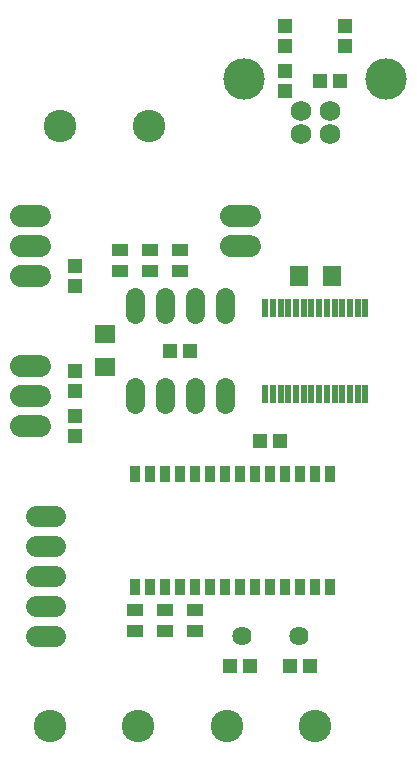
<source format=gts>
G75*
G70*
%OFA0B0*%
%FSLAX24Y24*%
%IPPOS*%
%LPD*%
%AMOC8*
5,1,8,0,0,1.08239X$1,22.5*
%
%ADD10R,0.0380X0.0580*%
%ADD11C,0.0640*%
%ADD12R,0.0513X0.0474*%
%ADD13C,0.0640*%
%ADD14R,0.0631X0.0710*%
%ADD15R,0.0474X0.0513*%
%ADD16R,0.0217X0.0630*%
%ADD17C,0.0680*%
%ADD18C,0.1380*%
%ADD19C,0.0714*%
%ADD20C,0.1080*%
%ADD21C,0.0720*%
%ADD22R,0.0710X0.0631*%
%ADD23R,0.0552X0.0395*%
D10*
X026101Y016719D03*
X026601Y016719D03*
X027101Y016719D03*
X027601Y016719D03*
X028101Y016719D03*
X028601Y016719D03*
X029101Y016719D03*
X029601Y016719D03*
X030101Y016719D03*
X030601Y016719D03*
X031101Y016719D03*
X031601Y016719D03*
X032101Y016719D03*
X032601Y016719D03*
X032601Y020483D03*
X032101Y020483D03*
X031601Y020483D03*
X031101Y020483D03*
X030601Y020483D03*
X030101Y020483D03*
X029601Y020483D03*
X029101Y020483D03*
X028601Y020483D03*
X028101Y020483D03*
X027601Y020483D03*
X027101Y020483D03*
X026601Y020483D03*
X026101Y020483D03*
D11*
X029651Y015101D03*
X031551Y015101D03*
D12*
X031266Y014101D03*
X031935Y014101D03*
X029935Y014101D03*
X029266Y014101D03*
X030266Y021601D03*
X030935Y021601D03*
X027935Y024601D03*
X027266Y024601D03*
X032266Y033601D03*
X032935Y033601D03*
D13*
X029101Y026381D02*
X029101Y025821D01*
X028101Y025821D02*
X028101Y026381D01*
X027101Y026381D02*
X027101Y025821D01*
X026101Y025821D02*
X026101Y026381D01*
X026101Y023381D02*
X026101Y022821D01*
X027101Y022821D02*
X027101Y023381D01*
X028101Y023381D02*
X028101Y022821D01*
X029101Y022821D02*
X029101Y023381D01*
D14*
X031550Y027101D03*
X032652Y027101D03*
D15*
X024101Y026766D03*
X024101Y027435D03*
X024101Y023935D03*
X024101Y023266D03*
X024101Y022435D03*
X024101Y021766D03*
X031101Y033266D03*
X031101Y033935D03*
X031101Y034766D03*
X031101Y035435D03*
X033101Y035435D03*
X033101Y034766D03*
D16*
X032996Y026040D03*
X032741Y026040D03*
X032485Y026040D03*
X032229Y026040D03*
X031973Y026040D03*
X031717Y026040D03*
X031461Y026040D03*
X031205Y026040D03*
X030949Y026040D03*
X030693Y026040D03*
X030437Y026040D03*
X033252Y026040D03*
X033508Y026040D03*
X033764Y026040D03*
X033764Y023161D03*
X033508Y023161D03*
X033252Y023161D03*
X032996Y023161D03*
X032741Y023161D03*
X032485Y023161D03*
X032229Y023161D03*
X031973Y023161D03*
X031717Y023161D03*
X031461Y023161D03*
X031205Y023161D03*
X030949Y023161D03*
X030693Y023161D03*
X030437Y023161D03*
D17*
X031609Y031821D03*
X032593Y031821D03*
X032593Y032601D03*
X031609Y032601D03*
D18*
X029731Y033671D03*
X034471Y033671D03*
D19*
X023418Y019101D02*
X022784Y019101D01*
X022784Y018101D02*
X023418Y018101D01*
X023418Y017101D02*
X022784Y017101D01*
X022784Y016101D02*
X023418Y016101D01*
X023418Y015101D02*
X022784Y015101D01*
D20*
X023243Y012101D03*
X026195Y012101D03*
X029148Y012101D03*
X032101Y012101D03*
X026554Y032101D03*
X023601Y032101D03*
D21*
X022921Y029101D02*
X022281Y029101D01*
X022281Y028101D02*
X022921Y028101D01*
X022921Y027101D02*
X022281Y027101D01*
X022281Y024101D02*
X022921Y024101D01*
X022921Y023101D02*
X022281Y023101D01*
X022281Y022101D02*
X022921Y022101D01*
X029281Y028101D02*
X029921Y028101D01*
X029921Y029101D02*
X029281Y029101D01*
D22*
X025101Y025152D03*
X025101Y024050D03*
D23*
X025601Y027246D03*
X025601Y027955D03*
X026601Y027955D03*
X027601Y027955D03*
X027601Y027246D03*
X026601Y027246D03*
X027101Y015955D03*
X026101Y015955D03*
X026101Y015246D03*
X027101Y015246D03*
X028101Y015246D03*
X028101Y015955D03*
M02*

</source>
